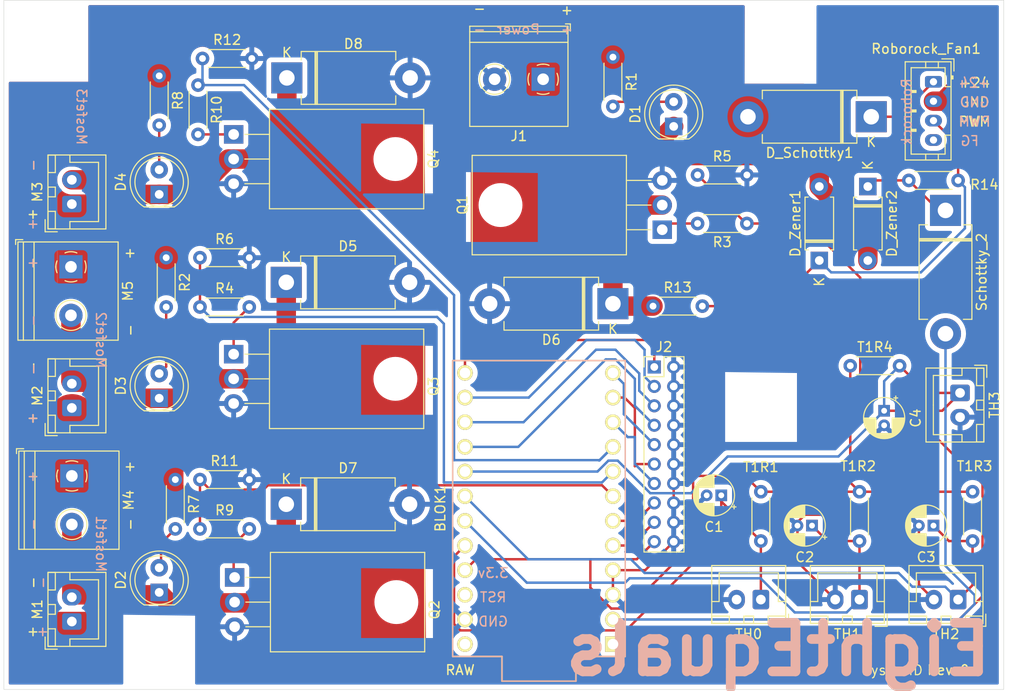
<source format=kicad_pcb>
(kicad_pcb (version 20221018) (generator pcbnew)

  (general
    (thickness 1.6)
  )

  (paper "A4")
  (layers
    (0 "F.Cu" signal)
    (31 "B.Cu" signal)
    (32 "B.Adhes" user "B.Adhesive")
    (33 "F.Adhes" user "F.Adhesive")
    (34 "B.Paste" user)
    (35 "F.Paste" user)
    (36 "B.SilkS" user "B.Silkscreen")
    (37 "F.SilkS" user "F.Silkscreen")
    (38 "B.Mask" user)
    (39 "F.Mask" user)
    (40 "Dwgs.User" user "User.Drawings")
    (41 "Cmts.User" user "User.Comments")
    (42 "Eco1.User" user "User.Eco1")
    (43 "Eco2.User" user "User.Eco2")
    (44 "Edge.Cuts" user)
    (45 "Margin" user)
    (46 "B.CrtYd" user "B.Courtyard")
    (47 "F.CrtYd" user "F.Courtyard")
    (48 "B.Fab" user)
    (49 "F.Fab" user)
  )

  (setup
    (stackup
      (layer "F.SilkS" (type "Top Silk Screen"))
      (layer "F.Paste" (type "Top Solder Paste"))
      (layer "F.Mask" (type "Top Solder Mask") (thickness 0.01))
      (layer "F.Cu" (type "copper") (thickness 0.035))
      (layer "dielectric 1" (type "core") (thickness 1.51) (material "FR4") (epsilon_r 4.5) (loss_tangent 0.02))
      (layer "B.Cu" (type "copper") (thickness 0.035))
      (layer "B.Mask" (type "Bottom Solder Mask") (thickness 0.01))
      (layer "B.Paste" (type "Bottom Solder Paste"))
      (layer "B.SilkS" (type "Bottom Silk Screen"))
      (copper_finish "None")
      (dielectric_constraints no)
    )
    (pad_to_mask_clearance 0)
    (pcbplotparams
      (layerselection 0x00010fc_ffffffff)
      (plot_on_all_layers_selection 0x0000000_00000000)
      (disableapertmacros false)
      (usegerberextensions false)
      (usegerberattributes true)
      (usegerberadvancedattributes true)
      (creategerberjobfile true)
      (dashed_line_dash_ratio 12.000000)
      (dashed_line_gap_ratio 3.000000)
      (svgprecision 6)
      (plotframeref false)
      (viasonmask false)
      (mode 1)
      (useauxorigin false)
      (hpglpennumber 1)
      (hpglpenspeed 20)
      (hpglpendiameter 15.000000)
      (dxfpolygonmode true)
      (dxfimperialunits true)
      (dxfusepcbnewfont true)
      (psnegative false)
      (psa4output false)
      (plotreference true)
      (plotvalue true)
      (plotinvisibletext false)
      (sketchpadsonfab false)
      (subtractmaskfromsilk false)
      (outputformat 1)
      (mirror false)
      (drillshape 1)
      (scaleselection 1)
      (outputdirectory "")
    )
  )

  (net 0 "")
  (net 1 "/TX")
  (net 2 "/RX")
  (net 3 "/SDA")
  (net 4 "/SCL")
  (net 5 "/GP04")
  (net 6 "/GP05")
  (net 7 "/GP06")
  (net 8 "/GP07")
  (net 9 "/GP08")
  (net 10 "/GP09")
  (net 11 "/GP21")
  (net 12 "/GP23")
  (net 13 "/GP20")
  (net 14 "/GP22")
  (net 15 "/Thermistor3")
  (net 16 "/Thermistor2")
  (net 17 "/Thermistor1")
  (net 18 "/Thermistor0")
  (net 19 "unconnected-(BLOK1-Pad22)")
  (net 20 "unconnected-(BLOK1-Pad24)")
  (net 21 "/Mosfet0")
  (net 22 "Net-(D1-Pad2)")
  (net 23 "/Mosfet1")
  (net 24 "Net-(D3-Pad2)")
  (net 25 "Net-(D_Zener1-Pad1)")
  (net 26 "Net-(Q1-Pad1)")
  (net 27 "Net-(Q2-Pad1)")
  (net 28 "Net-(Q3-Pad1)")
  (net 29 "Net-(Q4-Pad1)")
  (net 30 "/Vin")
  (net 31 "unconnected-(Roborock_Fan1-Pad4)")
  (net 32 "/Mosfet2")
  (net 33 "/Mosfet3")
  (net 34 "Net-(D_Zener2-Pad1)")
  (net 35 "/3.3v")
  (net 36 "Net-(D2-Pad2)")
  (net 37 "Net-(D4-Pad2)")
  (net 38 "GND")
  (net 39 "Net-(D_Schottky1-Pad1)")

  (footprint "Resistor_THT:R_Axial_DIN0204_L3.6mm_D1.6mm_P5.08mm_Horizontal" (layer "F.Cu") (at 82.87 48.51))

  (footprint "Connector_JST:JST_PH_B4B-PH-K_1x04_P2.00mm_Vertical" (layer "F.Cu") (at 111.76 25.4 -90))

  (footprint "Connector_JST:JST_XH_B2B-XH-A_1x02_P2.50mm_Vertical" (layer "F.Cu") (at 23 59 90))

  (footprint "MountingHole:MountingHole_3.2mm_M3" (layer "F.Cu") (at 21 22))

  (footprint "Package_TO_SOT_THT:TO-220-3_Horizontal_TabDown" (layer "F.Cu") (at 39.67 30.82 -90))

  (footprint "Capacitor_THT:CP_Radial_D4.0mm_P1.50mm" (layer "F.Cu") (at 89.9 68 180))

  (footprint "Package_TO_SOT_THT:TO-220-3_Horizontal_TabDown" (layer "F.Cu") (at 39.67 53.46 -90))

  (footprint "Resistor_THT:R_Axial_DIN0204_L3.6mm_D1.6mm_P5.08mm_Horizontal" (layer "F.Cu") (at 33.66 66.38 -90))

  (footprint "LED_THT:LED_D5.0mm_IRGrey" (layer "F.Cu") (at 32 37 90))

  (footprint "TerminalBlock_Philmore:TerminalBlock_Philmore_TB132_1x02_P5.00mm_Horizontal" (layer "F.Cu") (at 71.5505 25.137304 180))

  (footprint "TerminalBlock_Philmore:TerminalBlock_Philmore_TB132_1x02_P5.00mm_Horizontal" (layer "F.Cu") (at 22.908514 44.459999 -90))

  (footprint "LED_THT:LED_D5.0mm_IRGrey" (layer "F.Cu") (at 32 58 90))

  (footprint "LED_THT:LED_D5.0mm_IRGrey" (layer "F.Cu") (at 85 30 90))

  (footprint "Package_TO_SOT_THT:TO-220-3_Horizontal_TabDown" (layer "F.Cu") (at 83.82 40.64 90))

  (footprint "LED_THT:LED_D5.0mm_IRGrey" (layer "F.Cu") (at 32 78 90))

  (footprint "Diode_THT:D_DO-201AD_P12.70mm_Horizontal" (layer "F.Cu") (at 78.74 48.26 180))

  (footprint "Resistor_THT:R_Axial_DIN0204_L3.6mm_D1.6mm_P5.08mm_Horizontal" (layer "F.Cu") (at 93.98 67.63 -90))

  (footprint "Resistor_THT:R_Axial_DIN0204_L3.6mm_D1.6mm_P5.08mm_Horizontal" (layer "F.Cu") (at 103.19 54.65))

  (footprint "Resistor_THT:R_Axial_DIN0204_L3.6mm_D1.6mm_P5.08mm_Horizontal" (layer "F.Cu") (at 87.46 35))

  (footprint "Connector_JST:JST_XH_B2B-XH-A_1x02_P2.50mm_Vertical" (layer "F.Cu") (at 114.5 57.45 -90))

  (footprint "Resistor_THT:R_Axial_DIN0204_L3.6mm_D1.6mm_P5.08mm_Horizontal" (layer "F.Cu") (at 36.46 23))

  (footprint "Resistor_THT:R_Axial_DIN0204_L3.6mm_D1.6mm_P5.08mm_Horizontal" (layer "F.Cu") (at 32.72 43.52 -90))

  (footprint "Resistor_THT:R_Axial_DIN0204_L3.6mm_D1.6mm_P5.08mm_Horizontal" (layer "F.Cu") (at 78.74 22.86 -90))

  (footprint "Diode_THT:D_A-405_P7.62mm_Horizontal" (layer "F.Cu") (at 100 43.81 90))

  (footprint "Capacitor_THT:CP_Radial_D4.0mm_P1.50mm" (layer "F.Cu") (at 106.68 59.29 -90))

  (footprint "Diode_THT:D_DO-201AD_P12.70mm_Horizontal" (layer "F.Cu") (at 45.15 25))

  (footprint "MountingHole:MountingHole_3.2mm_M3" (layer "F.Cu") (at 96 22))

  (footprint "Resistor_THT:R_Axial_DIN0204_L3.6mm_D1.6mm_P5.08mm_Horizontal" (layer "F.Cu") (at 36.2 71.46))

  (footprint "Capacitor_THT:CP_Radial_D4.0mm_P1.50mm" (layer "F.Cu") (at 99.249 71.12 180))

  (footprint "MountingHole:MountingHole_3.2mm_M3" (layer "F.Cu") (at 94 59))

  (footprint "Connector_JST:JST_XH_B2B-XH-A_1x02_P2.50mm_Vertical" (layer "F.Cu") (at 104.14 78.74 180))

  (footprint "Package_TO_SOT_THT:TO-220-3_Horizontal_TabDown" (layer "F.Cu") (at 39.77 76.46 -90))

  (footprint "Resistor_THT:R_Axial_DIN0204_L3.6mm_D1.6mm_P5.08mm_Horizontal" (layer "F.Cu") (at 104.14 67.63 -90))

  (footprint "Diode_THT:D_DO-201AD_P12.70mm_Horizontal" (layer "F.Cu")
    (tstamp ac13abb7-1a43-48ec-897b-e2be83555fa2)
    (at 113 38.65 -90)
    (descr "Diode, DO-201AD series, Axial, Horizontal, pin pitch=12.7mm, , length*diameter=9.5*5.2mm^2, , http://www.diodes.com/_files/packages/DO-201AD.pdf")
    (tags "Diode DO-201AD series Axial Horizontal pin pitch 12.7mm  length 9.5mm diameter 5.2mm")
    (property "Sheetfile" "fan_board.kicad_sch")
    (property "Sheetname" "")
    (path "/85de9d06-1058-4491-8234-14dee4acf427")
    (attr through_hole)
    (fp_text reference "Schottky_2" (at 6.35 -3.72 90) (layer "F.SilkS")
        (effects (font (size 1 1) (thickness 0.15)))
      (tstamp aea3c8bc-0734-44b2-9875-42120796bdfc)
    )
    (fp_text value "1N5819G" (at 6.35 3.72 90) (layer "F.Fab")
        (effects (font (size 1 1) (thickness 0.15)))
      (tstamp ba627f51-196c-4ea9-8d42-9ba09d196af9)
    )
    (fp_text user "K" (at 0 -2.6 90) (layer "F.SilkS") hide
        (effects (font (size 1 1) (thickness 0.15)))
      (tstamp 2fdea480-3b08-4050-a9f4-29804d8d7dee)
    )
    (fp_text user "${REFERENCE}" (at 7.0625 0 90) (layer "F.Fab")
        (effects (font (size 1 1) (thickness 0.15)))
      (tstamp 2f1dc98b-c588-4f65-b53e-56b9a6926e95)
    )
    (fp_text user "K" (at 0 -2.6 90) (layer "F.Fab")
        (effects (font (size 1 1) (thickness 0.15)))
      (tstamp 77941639-b2d1-46ab-afb3-8ea3be1f9714)
    )
    (fp_line (start 1.48 -2.72) (end 11.22 -2.72)
      (stroke (width 0.12) (type solid)) (layer "F.SilkS") (tstamp e8d3983f-9f02-415c-b587-ef021d702c5d))
    (fp_line (start 1.48 -1.84) (end 1.48 -2.72)
      (stroke (width 0.12) (type solid)) (layer "F.SilkS") (tstamp 23254c31-0f18-45a2-b989-fac0e5c81d80))
    (fp_line (start 1.48 1.84) (end 1.48 2.72)
      (stroke (width 0.12) (type solid)) (layer "F.SilkS") (tstamp cf64c5cc-ccb2-4d8a-b2df-cda2e13479a0))
    (fp_line (start 1.48 2.72) (end 11.22 2.72)
      (stroke (width 0.12) (type s
... [536471 chars truncated]
</source>
